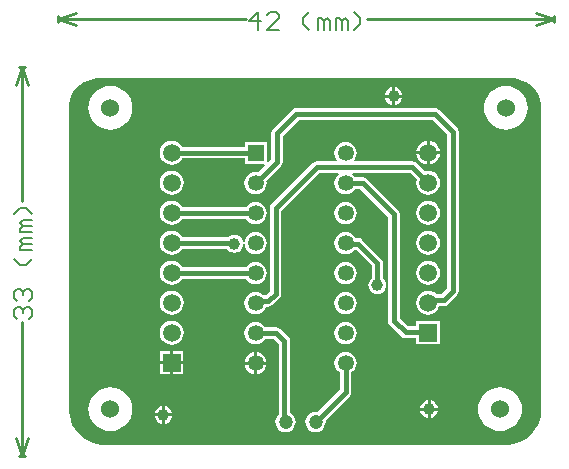
<source format=gtl>
G04*
G04 #@! TF.GenerationSoftware,Altium Limited,Altium Designer,20.1.8 (145)*
G04*
G04 Layer_Physical_Order=1*
G04 Layer_Color=255*
%FSLAX44Y44*%
%MOMM*%
G71*
G04*
G04 #@! TF.SameCoordinates,568C9F0A-B5E7-4BA1-9C17-04FCD828D7CB*
G04*
G04*
G04 #@! TF.FilePolarity,Positive*
G04*
G01*
G75*
%ADD12C,0.2540*%
%ADD20C,0.4572*%
%ADD21C,0.1524*%
%ADD22C,1.5240*%
%ADD23R,1.3500X1.3500*%
%ADD24C,1.3500*%
%ADD25C,1.5000*%
%ADD26R,1.5000X1.5000*%
%ADD27C,1.2000*%
%ADD28C,1.0000*%
G36*
X982292Y789039D02*
X986842Y787155D01*
X990937Y784419D01*
X994419Y780937D01*
X997155Y776842D01*
X999039Y772292D01*
X1000000Y767462D01*
X1000000Y765000D01*
X1000000Y765000D01*
X1000000Y765000D01*
X1000000Y510000D01*
X1000000Y508034D01*
X999487Y504135D01*
X998469Y500336D01*
X996964Y496703D01*
X994998Y493297D01*
X992604Y490177D01*
X989823Y487396D01*
X986703Y485002D01*
X983297Y483036D01*
X979664Y481531D01*
X975865Y480513D01*
X971966Y480000D01*
X970000Y480000D01*
X630000Y480000D01*
X628034D01*
X624135Y480513D01*
X620336Y481531D01*
X616703Y483036D01*
X613297Y485002D01*
X610177Y487396D01*
X607396Y490177D01*
X605002Y493297D01*
X603036Y496703D01*
X601531Y500336D01*
X600513Y504135D01*
X600000Y508034D01*
Y510000D01*
X600000Y765000D01*
Y767462D01*
X600961Y772292D01*
X602845Y776842D01*
X605581Y780936D01*
X609063Y784418D01*
X613158Y787154D01*
X617708Y789039D01*
X622537Y790000D01*
X625000Y790000D01*
X625000Y790000D01*
X975000Y790000D01*
X977462Y790000D01*
X982292Y789039D01*
D02*
G37*
%LPC*%
G36*
X876270Y782438D02*
Y776270D01*
X882438D01*
X882346Y776968D01*
X881586Y778802D01*
X880378Y780378D01*
X878802Y781586D01*
X876968Y782346D01*
X876270Y782438D01*
D02*
G37*
G36*
X873730D02*
X873032Y782346D01*
X871198Y781586D01*
X869622Y780378D01*
X868414Y778802D01*
X867654Y776968D01*
X867562Y776270D01*
X873730D01*
Y782438D01*
D02*
G37*
G36*
X882438Y773730D02*
X876270D01*
Y767562D01*
X876968Y767654D01*
X878802Y768414D01*
X880378Y769622D01*
X881586Y771198D01*
X882346Y773032D01*
X882438Y773730D01*
D02*
G37*
G36*
X873730D02*
X867562D01*
X867654Y773032D01*
X868414Y771198D01*
X869622Y769622D01*
X871198Y768414D01*
X873032Y767654D01*
X873730Y767562D01*
Y773730D01*
D02*
G37*
G36*
X970000Y783630D02*
X966366Y783272D01*
X962871Y782212D01*
X959650Y780490D01*
X956827Y778173D01*
X954510Y775350D01*
X952788Y772129D01*
X951728Y768634D01*
X951370Y765000D01*
X951728Y761366D01*
X952788Y757871D01*
X954510Y754650D01*
X956827Y751827D01*
X959650Y749510D01*
X962871Y747788D01*
X966366Y746728D01*
X970000Y746370D01*
X973634Y746728D01*
X977129Y747788D01*
X980350Y749510D01*
X983173Y751827D01*
X985490Y754650D01*
X987212Y757871D01*
X988272Y761366D01*
X988630Y765000D01*
X988272Y768634D01*
X987212Y772129D01*
X985490Y775350D01*
X983173Y778173D01*
X980350Y780490D01*
X977129Y782212D01*
X973634Y783272D01*
X970000Y783630D01*
D02*
G37*
G36*
X635000D02*
X631366Y783272D01*
X627871Y782212D01*
X624650Y780490D01*
X621827Y778173D01*
X619510Y775350D01*
X617788Y772129D01*
X616728Y768634D01*
X616370Y765000D01*
X616728Y761366D01*
X617788Y757871D01*
X619510Y754650D01*
X621827Y751827D01*
X624650Y749510D01*
X627871Y747788D01*
X631366Y746728D01*
X635000Y746370D01*
X638634Y746728D01*
X642129Y747788D01*
X645350Y749510D01*
X648173Y751827D01*
X650490Y754650D01*
X652212Y757871D01*
X653272Y761366D01*
X653630Y765000D01*
X653272Y768634D01*
X652212Y772129D01*
X650490Y775350D01*
X648173Y778173D01*
X645350Y780490D01*
X642129Y782212D01*
X638634Y783272D01*
X635000Y783630D01*
D02*
G37*
G36*
X905350Y737134D02*
Y728445D01*
X914039D01*
X913862Y729796D01*
X912850Y732238D01*
X911241Y734336D01*
X909143Y735945D01*
X906701Y736957D01*
X905350Y737134D01*
D02*
G37*
G36*
X902810D02*
X901459Y736957D01*
X899017Y735945D01*
X896919Y734336D01*
X895310Y732238D01*
X894298Y729796D01*
X894121Y728445D01*
X902810D01*
Y737134D01*
D02*
G37*
G36*
X914039Y725905D02*
X905350D01*
Y717216D01*
X906701Y717393D01*
X909143Y718405D01*
X911241Y720014D01*
X912850Y722112D01*
X913862Y724554D01*
X914039Y725905D01*
D02*
G37*
G36*
X902810D02*
X894121D01*
X894298Y724554D01*
X895310Y722112D01*
X896919Y720014D01*
X899017Y718405D01*
X901459Y717393D01*
X902810Y717216D01*
Y725905D01*
D02*
G37*
G36*
X834230Y736130D02*
X831805Y735811D01*
X829545Y734875D01*
X827604Y733386D01*
X826115Y731445D01*
X825179Y729185D01*
X824860Y726760D01*
X825179Y724335D01*
X826115Y722075D01*
X826794Y721190D01*
X826168Y719921D01*
X810000D01*
X808117Y719546D01*
X806521Y718479D01*
X771521Y683479D01*
X770454Y681883D01*
X770079Y680000D01*
Y609716D01*
X766752Y606389D01*
X764652D01*
X762715Y607875D01*
X760455Y608811D01*
X758030Y609130D01*
X755605Y608811D01*
X753345Y607875D01*
X751404Y606386D01*
X749915Y604445D01*
X748979Y602185D01*
X748660Y599760D01*
X748979Y597335D01*
X749915Y595075D01*
X751404Y593134D01*
X753345Y591645D01*
X755605Y590709D01*
X758030Y590390D01*
X760455Y590709D01*
X762715Y591645D01*
X764656Y593134D01*
X766145Y595075D01*
X766755Y596548D01*
X768790D01*
X770673Y596922D01*
X772269Y597989D01*
X778479Y604199D01*
X779546Y605795D01*
X779921Y607678D01*
Y677962D01*
X812038Y710079D01*
X828247D01*
X828678Y708810D01*
X827604Y707986D01*
X826115Y706045D01*
X825179Y703785D01*
X824860Y701360D01*
X825179Y698935D01*
X826115Y696675D01*
X827604Y694734D01*
X829545Y693245D01*
X831805Y692309D01*
X834230Y691990D01*
X836655Y692309D01*
X838915Y693245D01*
X840856Y694734D01*
X842164Y696440D01*
X846602D01*
X870079Y672962D01*
Y585000D01*
X870454Y583117D01*
X871521Y581521D01*
X881521Y571521D01*
X883117Y570454D01*
X885000Y570079D01*
X894040D01*
Y564735D01*
X914120D01*
Y584815D01*
X894040D01*
Y579921D01*
X887038D01*
X879921Y587038D01*
Y675000D01*
X879546Y676883D01*
X878479Y678479D01*
X852119Y704839D01*
X850523Y705906D01*
X848640Y706281D01*
X842164D01*
X840856Y707986D01*
X839782Y708810D01*
X840213Y710079D01*
X888817D01*
X894358Y704539D01*
X894298Y704396D01*
X893953Y701775D01*
X894298Y699154D01*
X895310Y696712D01*
X896919Y694614D01*
X899017Y693005D01*
X901459Y691993D01*
X904080Y691648D01*
X906701Y691993D01*
X909143Y693005D01*
X911241Y694614D01*
X912850Y696712D01*
X913862Y699154D01*
X914207Y701775D01*
X913862Y704396D01*
X912850Y706838D01*
X911241Y708936D01*
X909143Y710545D01*
X906701Y711557D01*
X904080Y711902D01*
X901459Y711557D01*
X901316Y711497D01*
X894334Y718479D01*
X892738Y719546D01*
X890855Y719921D01*
X842292D01*
X841666Y721190D01*
X842345Y722075D01*
X843281Y724335D01*
X843600Y726760D01*
X843281Y729185D01*
X842345Y731445D01*
X840856Y733386D01*
X838915Y734875D01*
X836655Y735811D01*
X834230Y736130D01*
D02*
G37*
G36*
X686910Y711902D02*
X684289Y711557D01*
X681847Y710545D01*
X679749Y708936D01*
X678140Y706838D01*
X677128Y704396D01*
X676783Y701775D01*
X677128Y699154D01*
X678140Y696712D01*
X679749Y694614D01*
X681847Y693005D01*
X684289Y691993D01*
X686910Y691648D01*
X689531Y691993D01*
X691973Y693005D01*
X694071Y694614D01*
X695680Y696712D01*
X696692Y699154D01*
X697037Y701775D01*
X696692Y704396D01*
X695680Y706838D01*
X694071Y708936D01*
X691973Y710545D01*
X689531Y711557D01*
X686910Y711902D01*
D02*
G37*
G36*
X834230Y685330D02*
X831805Y685011D01*
X829545Y684075D01*
X827604Y682586D01*
X826115Y680645D01*
X825179Y678385D01*
X824860Y675960D01*
X825179Y673535D01*
X826115Y671275D01*
X827604Y669334D01*
X829545Y667845D01*
X831805Y666909D01*
X834230Y666590D01*
X836655Y666909D01*
X838915Y667845D01*
X840856Y669334D01*
X842345Y671275D01*
X843281Y673535D01*
X843600Y675960D01*
X843281Y678385D01*
X842345Y680645D01*
X840856Y682586D01*
X838915Y684075D01*
X836655Y685011D01*
X834230Y685330D01*
D02*
G37*
G36*
X686910Y686502D02*
X684289Y686157D01*
X681847Y685145D01*
X679749Y683536D01*
X678140Y681438D01*
X677128Y678996D01*
X676783Y676375D01*
X677128Y673754D01*
X678140Y671312D01*
X679749Y669214D01*
X681847Y667605D01*
X684289Y666593D01*
X686910Y666248D01*
X689531Y666593D01*
X691973Y667605D01*
X694071Y669214D01*
X695630Y671247D01*
X749937D01*
X751404Y669334D01*
X753345Y667845D01*
X755605Y666909D01*
X758030Y666590D01*
X760455Y666909D01*
X762715Y667845D01*
X764656Y669334D01*
X766145Y671275D01*
X767081Y673535D01*
X767400Y675960D01*
X767081Y678385D01*
X766145Y680645D01*
X764656Y682586D01*
X762715Y684075D01*
X760455Y685011D01*
X758030Y685330D01*
X755605Y685011D01*
X753345Y684075D01*
X751404Y682586D01*
X750255Y681088D01*
X695825D01*
X695680Y681438D01*
X694071Y683536D01*
X691973Y685145D01*
X689531Y686157D01*
X686910Y686502D01*
D02*
G37*
G36*
X904080D02*
X901459Y686157D01*
X899017Y685145D01*
X896919Y683536D01*
X895310Y681438D01*
X894298Y678996D01*
X893953Y676375D01*
X894298Y673754D01*
X895310Y671312D01*
X896919Y669214D01*
X899017Y667605D01*
X901459Y666593D01*
X904080Y666248D01*
X906701Y666593D01*
X909143Y667605D01*
X911241Y669214D01*
X912850Y671312D01*
X913862Y673754D01*
X914207Y676375D01*
X913862Y678996D01*
X912850Y681438D01*
X911241Y683536D01*
X909143Y685145D01*
X906701Y686157D01*
X904080Y686502D01*
D02*
G37*
G36*
X686910Y661102D02*
X684289Y660757D01*
X681847Y659745D01*
X679749Y658136D01*
X678140Y656038D01*
X677128Y653596D01*
X676783Y650975D01*
X677128Y648354D01*
X678140Y645912D01*
X679749Y643814D01*
X681847Y642205D01*
X684289Y641193D01*
X686910Y640848D01*
X689531Y641193D01*
X691973Y642205D01*
X694071Y643814D01*
X695415Y645567D01*
X733898D01*
X734622Y644622D01*
X736198Y643414D01*
X738032Y642654D01*
X740000Y642395D01*
X741968Y642654D01*
X743802Y643414D01*
X745378Y644622D01*
X746586Y646198D01*
X747346Y648032D01*
X747529Y649421D01*
X748810D01*
X748979Y648135D01*
X749915Y645875D01*
X751404Y643934D01*
X753345Y642445D01*
X755605Y641509D01*
X758030Y641190D01*
X760455Y641509D01*
X762715Y642445D01*
X764656Y643934D01*
X766145Y645875D01*
X767081Y648135D01*
X767400Y650560D01*
X767081Y652985D01*
X766145Y655245D01*
X764656Y657186D01*
X762715Y658675D01*
X760455Y659611D01*
X758030Y659930D01*
X755605Y659611D01*
X753345Y658675D01*
X751404Y657186D01*
X749915Y655245D01*
X748979Y652985D01*
X748736Y651139D01*
X747455D01*
X747346Y651968D01*
X746586Y653802D01*
X745378Y655378D01*
X743802Y656586D01*
X741968Y657346D01*
X740000Y657605D01*
X738032Y657346D01*
X736198Y656586D01*
X734662Y655408D01*
X695941D01*
X695680Y656038D01*
X694071Y658136D01*
X691973Y659745D01*
X689531Y660757D01*
X686910Y661102D01*
D02*
G37*
G36*
X904080D02*
X901459Y660757D01*
X899017Y659745D01*
X896919Y658136D01*
X895310Y656038D01*
X894298Y653596D01*
X893953Y650975D01*
X894298Y648354D01*
X895310Y645912D01*
X896919Y643814D01*
X899017Y642205D01*
X901459Y641193D01*
X904080Y640848D01*
X906701Y641193D01*
X909143Y642205D01*
X911241Y643814D01*
X912850Y645912D01*
X913862Y648354D01*
X914207Y650975D01*
X913862Y653596D01*
X912850Y656038D01*
X911241Y658136D01*
X909143Y659745D01*
X906701Y660757D01*
X904080Y661102D01*
D02*
G37*
G36*
X834230Y634530D02*
X831805Y634211D01*
X829545Y633275D01*
X827604Y631786D01*
X826115Y629845D01*
X825179Y627585D01*
X824860Y625160D01*
X825179Y622735D01*
X826115Y620475D01*
X827604Y618534D01*
X829545Y617045D01*
X831805Y616109D01*
X834230Y615790D01*
X836655Y616109D01*
X838915Y617045D01*
X840856Y618534D01*
X842345Y620475D01*
X843281Y622735D01*
X843600Y625160D01*
X843281Y627585D01*
X842345Y629845D01*
X840856Y631786D01*
X838915Y633275D01*
X836655Y634211D01*
X834230Y634530D01*
D02*
G37*
G36*
X686910Y635702D02*
X684289Y635357D01*
X681847Y634345D01*
X679749Y632736D01*
X678140Y630638D01*
X677128Y628196D01*
X676783Y625575D01*
X677128Y622954D01*
X678140Y620512D01*
X679749Y618414D01*
X681847Y616805D01*
X684289Y615793D01*
X686910Y615448D01*
X689531Y615793D01*
X691973Y616805D01*
X694071Y618414D01*
X695630Y620447D01*
X749937D01*
X751404Y618534D01*
X753345Y617045D01*
X755605Y616109D01*
X758030Y615790D01*
X760455Y616109D01*
X762715Y617045D01*
X764656Y618534D01*
X766145Y620475D01*
X767081Y622735D01*
X767400Y625160D01*
X767081Y627585D01*
X766145Y629845D01*
X764656Y631786D01*
X762715Y633275D01*
X760455Y634211D01*
X758030Y634530D01*
X755605Y634211D01*
X753345Y633275D01*
X751404Y631786D01*
X750255Y630288D01*
X695825D01*
X695680Y630638D01*
X694071Y632736D01*
X691973Y634345D01*
X689531Y635357D01*
X686910Y635702D01*
D02*
G37*
G36*
X904080D02*
X901459Y635357D01*
X899017Y634345D01*
X896919Y632736D01*
X895310Y630638D01*
X894298Y628196D01*
X893953Y625575D01*
X894298Y622954D01*
X895310Y620512D01*
X896919Y618414D01*
X899017Y616805D01*
X901459Y615793D01*
X904080Y615448D01*
X906701Y615793D01*
X909143Y616805D01*
X911241Y618414D01*
X912850Y620512D01*
X913862Y622954D01*
X914207Y625575D01*
X913862Y628196D01*
X912850Y630638D01*
X911241Y632736D01*
X909143Y634345D01*
X906701Y635357D01*
X904080Y635702D01*
D02*
G37*
G36*
X834230Y659930D02*
X831805Y659611D01*
X829545Y658675D01*
X827604Y657186D01*
X826115Y655245D01*
X825179Y652985D01*
X824860Y650560D01*
X825179Y648135D01*
X826115Y645875D01*
X827604Y643934D01*
X829545Y642445D01*
X831805Y641509D01*
X834230Y641190D01*
X836655Y641509D01*
X838915Y642445D01*
X840856Y643934D01*
X841734Y645079D01*
X842962D01*
X856255Y631786D01*
Y620728D01*
X855798Y620378D01*
X854590Y618802D01*
X853830Y616968D01*
X853571Y615000D01*
X853830Y613032D01*
X854590Y611198D01*
X855798Y609622D01*
X857374Y608414D01*
X859208Y607654D01*
X861176Y607395D01*
X863144Y607654D01*
X864978Y608414D01*
X866554Y609622D01*
X867762Y611198D01*
X868522Y613032D01*
X868781Y615000D01*
X868522Y616968D01*
X867762Y618802D01*
X866554Y620378D01*
X866096Y620728D01*
Y633824D01*
X865722Y635707D01*
X864655Y637303D01*
X848479Y653479D01*
X846883Y654546D01*
X845000Y654921D01*
X842479D01*
X842345Y655245D01*
X840856Y657186D01*
X838915Y658675D01*
X836655Y659611D01*
X834230Y659930D01*
D02*
G37*
G36*
X910000Y764921D02*
X792678D01*
X790795Y764546D01*
X789199Y763479D01*
X772729Y747009D01*
X771662Y745413D01*
X771288Y743530D01*
Y721576D01*
X768493Y718782D01*
X767320Y719268D01*
Y736050D01*
X748740D01*
Y732096D01*
X695739D01*
X695680Y732238D01*
X694071Y734336D01*
X691973Y735945D01*
X689531Y736957D01*
X686910Y737302D01*
X684289Y736957D01*
X681847Y735945D01*
X679749Y734336D01*
X678140Y732238D01*
X677128Y729796D01*
X676783Y727175D01*
X677128Y724554D01*
X678140Y722112D01*
X679749Y720014D01*
X681847Y718405D01*
X684289Y717393D01*
X686910Y717048D01*
X689531Y717393D01*
X691973Y718405D01*
X694071Y720014D01*
X695680Y722112D01*
X695739Y722254D01*
X748740D01*
Y717470D01*
X765522D01*
X766008Y716297D01*
X760161Y710450D01*
X758030Y710730D01*
X755605Y710411D01*
X753345Y709475D01*
X751404Y707986D01*
X749915Y706045D01*
X748979Y703785D01*
X748660Y701360D01*
X748979Y698935D01*
X749915Y696675D01*
X751404Y694734D01*
X753345Y693245D01*
X755605Y692309D01*
X758030Y691990D01*
X760455Y692309D01*
X762715Y693245D01*
X764656Y694734D01*
X766145Y696675D01*
X767081Y698935D01*
X767400Y701360D01*
X767120Y703491D01*
X779688Y716059D01*
X780754Y717655D01*
X781129Y719538D01*
Y741492D01*
X794716Y755079D01*
X907962D01*
X920079Y742962D01*
Y612038D01*
X915132Y607091D01*
X911429D01*
X911241Y607336D01*
X909143Y608945D01*
X906701Y609957D01*
X904080Y610302D01*
X901459Y609957D01*
X899017Y608945D01*
X896919Y607336D01*
X895310Y605238D01*
X894298Y602796D01*
X893953Y600175D01*
X894298Y597554D01*
X895310Y595112D01*
X896919Y593014D01*
X899017Y591405D01*
X901459Y590393D01*
X904080Y590048D01*
X906701Y590393D01*
X909143Y591405D01*
X911241Y593014D01*
X912850Y595112D01*
X913736Y597250D01*
X917170D01*
X919053Y597624D01*
X920650Y598691D01*
X928479Y606521D01*
X929546Y608117D01*
X929921Y610000D01*
Y745000D01*
X929546Y746883D01*
X928479Y748479D01*
X913479Y763479D01*
X911883Y764546D01*
X910000Y764921D01*
D02*
G37*
G36*
X834230Y609130D02*
X831805Y608811D01*
X829545Y607875D01*
X827604Y606386D01*
X826115Y604445D01*
X825179Y602185D01*
X824860Y599760D01*
X825179Y597335D01*
X826115Y595075D01*
X827604Y593134D01*
X829545Y591645D01*
X831805Y590709D01*
X834230Y590390D01*
X836655Y590709D01*
X838915Y591645D01*
X840856Y593134D01*
X842345Y595075D01*
X843281Y597335D01*
X843600Y599760D01*
X843281Y602185D01*
X842345Y604445D01*
X840856Y606386D01*
X838915Y607875D01*
X836655Y608811D01*
X834230Y609130D01*
D02*
G37*
G36*
X686910Y610302D02*
X684289Y609957D01*
X681847Y608945D01*
X679749Y607336D01*
X678140Y605238D01*
X677128Y602796D01*
X676783Y600175D01*
X677128Y597554D01*
X678140Y595112D01*
X679749Y593014D01*
X681847Y591405D01*
X684289Y590393D01*
X686910Y590048D01*
X689531Y590393D01*
X691973Y591405D01*
X694071Y593014D01*
X695680Y595112D01*
X696692Y597554D01*
X697037Y600175D01*
X696692Y602796D01*
X695680Y605238D01*
X694071Y607336D01*
X691973Y608945D01*
X689531Y609957D01*
X686910Y610302D01*
D02*
G37*
G36*
X834230Y583730D02*
X831805Y583411D01*
X829545Y582475D01*
X827604Y580986D01*
X826115Y579045D01*
X825179Y576785D01*
X824860Y574360D01*
X825179Y571935D01*
X826115Y569675D01*
X827604Y567734D01*
X829545Y566245D01*
X831805Y565309D01*
X834230Y564990D01*
X836655Y565309D01*
X838915Y566245D01*
X840856Y567734D01*
X842345Y569675D01*
X843281Y571935D01*
X843600Y574360D01*
X843281Y576785D01*
X842345Y579045D01*
X840856Y580986D01*
X838915Y582475D01*
X836655Y583411D01*
X834230Y583730D01*
D02*
G37*
G36*
X686910Y584902D02*
X684289Y584557D01*
X681847Y583545D01*
X679749Y581936D01*
X678140Y579838D01*
X677128Y577396D01*
X676783Y574775D01*
X677128Y572154D01*
X678140Y569712D01*
X679749Y567614D01*
X681847Y566005D01*
X684289Y564994D01*
X686910Y564648D01*
X689531Y564994D01*
X691973Y566005D01*
X694071Y567614D01*
X695680Y569712D01*
X696692Y572154D01*
X697037Y574775D01*
X696692Y577396D01*
X695680Y579838D01*
X694071Y581936D01*
X691973Y583545D01*
X689531Y584557D01*
X686910Y584902D01*
D02*
G37*
G36*
X696950Y559415D02*
X688180D01*
Y550645D01*
X696950D01*
Y559415D01*
D02*
G37*
G36*
X685640D02*
X676870D01*
Y550645D01*
X685640D01*
Y559415D01*
D02*
G37*
G36*
X759300Y558163D02*
Y550230D01*
X767233D01*
X767081Y551385D01*
X766145Y553645D01*
X764656Y555586D01*
X762715Y557075D01*
X760455Y558011D01*
X759300Y558163D01*
D02*
G37*
G36*
X756760D02*
X755605Y558011D01*
X753345Y557075D01*
X751404Y555586D01*
X749915Y553645D01*
X748979Y551385D01*
X748827Y550230D01*
X756760D01*
Y558163D01*
D02*
G37*
G36*
X767233Y547690D02*
X759300D01*
Y539757D01*
X760455Y539909D01*
X762715Y540845D01*
X764656Y542334D01*
X766145Y544275D01*
X767081Y546535D01*
X767233Y547690D01*
D02*
G37*
G36*
X756760D02*
X748827D01*
X748979Y546535D01*
X749915Y544275D01*
X751404Y542334D01*
X753345Y540845D01*
X755605Y539909D01*
X756760Y539757D01*
Y547690D01*
D02*
G37*
G36*
X696950Y548105D02*
X688180D01*
Y539335D01*
X696950D01*
Y548105D01*
D02*
G37*
G36*
X685640D02*
X676870D01*
Y539335D01*
X685640D01*
Y548105D01*
D02*
G37*
G36*
X906270Y517438D02*
Y511270D01*
X912438D01*
X912346Y511968D01*
X911586Y513802D01*
X910378Y515378D01*
X908802Y516586D01*
X906968Y517346D01*
X906270Y517438D01*
D02*
G37*
G36*
X903730D02*
X903032Y517346D01*
X901198Y516586D01*
X899622Y515378D01*
X898414Y513802D01*
X897654Y511968D01*
X897562Y511270D01*
X903730D01*
Y517438D01*
D02*
G37*
G36*
X834230Y558330D02*
X831805Y558011D01*
X829545Y557075D01*
X827604Y555586D01*
X826115Y553645D01*
X825179Y551385D01*
X824860Y548960D01*
X825179Y546535D01*
X826115Y544275D01*
X827604Y542334D01*
X829309Y541026D01*
Y526708D01*
X810293Y507691D01*
X808830Y507884D01*
X806601Y507590D01*
X804523Y506730D01*
X802739Y505361D01*
X801370Y503577D01*
X800510Y501499D01*
X800216Y499270D01*
X800510Y497041D01*
X801370Y494963D01*
X802739Y493179D01*
X804523Y491810D01*
X806601Y490950D01*
X808830Y490656D01*
X811059Y490950D01*
X813137Y491810D01*
X814921Y493179D01*
X816290Y494963D01*
X817150Y497041D01*
X817444Y499270D01*
X817251Y500732D01*
X837709Y521191D01*
X838776Y522787D01*
X839150Y524670D01*
Y541026D01*
X840856Y542334D01*
X842345Y544275D01*
X843281Y546535D01*
X843600Y548960D01*
X843281Y551385D01*
X842345Y553645D01*
X840856Y555586D01*
X838915Y557075D01*
X836655Y558011D01*
X834230Y558330D01*
D02*
G37*
G36*
X681270Y512438D02*
Y506270D01*
X687438D01*
X687346Y506968D01*
X686586Y508802D01*
X685378Y510378D01*
X683802Y511586D01*
X681968Y512346D01*
X681270Y512438D01*
D02*
G37*
G36*
X678730D02*
X678032Y512346D01*
X676198Y511586D01*
X674622Y510378D01*
X673414Y508802D01*
X672654Y506968D01*
X672562Y506270D01*
X678730D01*
Y512438D01*
D02*
G37*
G36*
X912438Y508730D02*
X906270D01*
Y502562D01*
X906968Y502654D01*
X908802Y503414D01*
X910378Y504622D01*
X911586Y506198D01*
X912346Y508032D01*
X912438Y508730D01*
D02*
G37*
G36*
X903730D02*
X897562D01*
X897654Y508032D01*
X898414Y506198D01*
X899622Y504622D01*
X901198Y503414D01*
X903032Y502654D01*
X903730Y502562D01*
Y508730D01*
D02*
G37*
G36*
X687438Y503730D02*
X681270D01*
Y497562D01*
X681968Y497654D01*
X683802Y498414D01*
X685378Y499622D01*
X686586Y501198D01*
X687346Y503032D01*
X687438Y503730D01*
D02*
G37*
G36*
X678730D02*
X672562D01*
X672654Y503032D01*
X673414Y501198D01*
X674622Y499622D01*
X676198Y498414D01*
X678032Y497654D01*
X678730Y497562D01*
Y503730D01*
D02*
G37*
G36*
X965000Y528630D02*
X961366Y528272D01*
X957871Y527212D01*
X954650Y525490D01*
X951827Y523173D01*
X949510Y520350D01*
X947788Y517129D01*
X946728Y513634D01*
X946370Y510000D01*
X946728Y506366D01*
X947788Y502871D01*
X949510Y499650D01*
X951827Y496827D01*
X954650Y494510D01*
X957871Y492788D01*
X961366Y491728D01*
X965000Y491370D01*
X968634Y491728D01*
X972129Y492788D01*
X975350Y494510D01*
X978173Y496827D01*
X980490Y499650D01*
X982212Y502871D01*
X983272Y506366D01*
X983630Y510000D01*
X983272Y513634D01*
X982212Y517129D01*
X980490Y520350D01*
X978173Y523173D01*
X975350Y525490D01*
X972129Y527212D01*
X968634Y528272D01*
X965000Y528630D01*
D02*
G37*
G36*
X635000D02*
X631366Y528272D01*
X627871Y527212D01*
X624650Y525490D01*
X621827Y523173D01*
X619510Y520350D01*
X617788Y517129D01*
X616728Y513634D01*
X616370Y510000D01*
X616728Y506366D01*
X617788Y502871D01*
X619510Y499650D01*
X621827Y496827D01*
X624650Y494510D01*
X627871Y492788D01*
X631366Y491728D01*
X635000Y491370D01*
X638634Y491728D01*
X642129Y492788D01*
X645350Y494510D01*
X648173Y496827D01*
X650490Y499650D01*
X652212Y502871D01*
X653272Y506366D01*
X653630Y510000D01*
X653272Y513634D01*
X652212Y517129D01*
X650490Y520350D01*
X648173Y523173D01*
X645350Y525490D01*
X642129Y527212D01*
X638634Y528272D01*
X635000Y528630D01*
D02*
G37*
G36*
X758030Y583730D02*
X755605Y583411D01*
X753345Y582475D01*
X751404Y580986D01*
X749915Y579045D01*
X748979Y576785D01*
X748660Y574360D01*
X748979Y571935D01*
X749915Y569675D01*
X751404Y567734D01*
X753345Y566245D01*
X755605Y565309D01*
X758030Y564990D01*
X760455Y565309D01*
X762715Y566245D01*
X764656Y567734D01*
X765964Y569440D01*
X773424D01*
X777579Y565284D01*
Y505545D01*
X777339Y505361D01*
X775970Y503577D01*
X775110Y501499D01*
X774816Y499270D01*
X775110Y497041D01*
X775970Y494963D01*
X777339Y493179D01*
X779123Y491810D01*
X781201Y490950D01*
X783430Y490656D01*
X785659Y490950D01*
X787737Y491810D01*
X789521Y493179D01*
X790890Y494963D01*
X791750Y497041D01*
X792044Y499270D01*
X791750Y501499D01*
X790890Y503577D01*
X789521Y505361D01*
X787737Y506730D01*
X787421Y506861D01*
Y567322D01*
X787046Y569205D01*
X785979Y570801D01*
X778941Y577839D01*
X777345Y578906D01*
X775462Y579281D01*
X765964D01*
X764656Y580986D01*
X762715Y582475D01*
X760455Y583411D01*
X758030Y583730D01*
D02*
G37*
%LPD*%
D12*
X686910Y549375D02*
X687325Y548960D01*
X757615Y727175D02*
X758030Y726760D01*
X1011039Y837460D02*
Y842540D01*
X591039Y837460D02*
Y842540D01*
X995799Y834920D02*
X1011039Y840000D01*
X995799Y845080D02*
X1011039Y840000D01*
X591039D02*
X606279Y834920D01*
X591039Y840000D02*
X606279Y845080D01*
X852078Y840000D02*
X1011039D01*
X591039D02*
X750000D01*
X557460Y800000D02*
X562540D01*
X557460Y470000D02*
X562540D01*
X560000Y800000D02*
X565080Y784760D01*
X554920D02*
X560000Y800000D01*
Y470000D02*
X565080Y485240D01*
X554920D02*
X560000Y470000D01*
Y686039D02*
Y800000D01*
Y470000D02*
Y583961D01*
D20*
X834230Y650560D02*
X834790Y650000D01*
X845000D01*
X861176Y615000D02*
Y633824D01*
X845000Y650000D02*
X861176Y633824D01*
X875000Y585000D02*
X885000Y575000D01*
X848640Y701360D02*
X875000Y675000D01*
Y585000D02*
Y675000D01*
X834230Y701360D02*
X848640D01*
X792678Y760000D02*
X910000D01*
X758030Y701360D02*
X776208Y719538D01*
Y743530D01*
X792678Y760000D01*
X910000D02*
X925000Y745000D01*
Y610000D02*
Y745000D01*
X917170Y602170D02*
X925000Y610000D01*
X904080Y600175D02*
X906075Y602170D01*
X917170D01*
X686910Y650975D02*
X687398Y650488D01*
X739512D01*
X740000Y650000D01*
X758030Y599760D02*
X759738Y601468D01*
X775000Y607678D02*
Y680000D01*
X768790Y601468D02*
X775000Y607678D01*
X759738Y601468D02*
X768790D01*
X775000Y680000D02*
X810000Y715000D01*
X890855D02*
X904080Y701775D01*
X810000Y715000D02*
X890855D01*
X903855Y575000D02*
X904080Y574775D01*
X885000Y575000D02*
X903855D01*
X757822Y625368D02*
X758030Y625160D01*
X686910Y625575D02*
X687117Y625368D01*
X757822D01*
Y676168D02*
X758030Y675960D01*
X687117Y676168D02*
X757822D01*
X686910Y676375D02*
X687117Y676168D01*
X782500Y500200D02*
Y567322D01*
X758030Y574360D02*
X775462D01*
X782500Y567322D01*
Y500200D02*
X783430Y499270D01*
X834230Y524670D02*
Y548960D01*
X808830Y499270D02*
X834230Y524670D01*
X686910Y727175D02*
X757615D01*
D21*
X760157Y830859D02*
Y846094D01*
X752540Y838476D01*
X762697D01*
X777932Y830859D02*
X767775D01*
X777932Y841015D01*
Y843554D01*
X775393Y846094D01*
X770314D01*
X767775Y843554D01*
X803324Y830859D02*
X798245Y835937D01*
Y841015D01*
X803324Y846094D01*
X810941Y830859D02*
Y841015D01*
X813480D01*
X816020Y838476D01*
Y830859D01*
Y838476D01*
X818559Y841015D01*
X821098Y838476D01*
Y830859D01*
X826176D02*
Y841015D01*
X828715D01*
X831255Y838476D01*
Y830859D01*
Y838476D01*
X833794Y841015D01*
X836333Y838476D01*
Y830859D01*
X841411D02*
X846490Y835937D01*
Y841015D01*
X841411Y846094D01*
X556446Y586501D02*
X553907Y589040D01*
Y594119D01*
X556446Y596658D01*
X558985D01*
X561524Y594119D01*
Y591580D01*
Y594119D01*
X564063Y596658D01*
X566602D01*
X569142Y594119D01*
Y589040D01*
X566602Y586501D01*
X556446Y601736D02*
X553907Y604275D01*
Y609354D01*
X556446Y611893D01*
X558985D01*
X561524Y609354D01*
Y606815D01*
Y609354D01*
X564063Y611893D01*
X566602D01*
X569142Y609354D01*
Y604275D01*
X566602Y601736D01*
X569142Y637285D02*
X564063Y632206D01*
X558985D01*
X553907Y637285D01*
X569142Y644902D02*
X558985D01*
Y647441D01*
X561524Y649981D01*
X569142D01*
X561524D01*
X558985Y652520D01*
X561524Y655059D01*
X569142D01*
Y660137D02*
X558985D01*
Y662677D01*
X561524Y665216D01*
X569142D01*
X561524D01*
X558985Y667755D01*
X561524Y670294D01*
X569142D01*
Y675372D02*
X564063Y680451D01*
X558985D01*
X553907Y675372D01*
D22*
X965000Y510000D02*
D03*
X970000Y765000D02*
D03*
X635000Y510000D02*
D03*
Y765000D02*
D03*
D23*
X758030Y726760D02*
D03*
D24*
Y701360D02*
D03*
Y675960D02*
D03*
Y650560D02*
D03*
Y625160D02*
D03*
Y599760D02*
D03*
Y574360D02*
D03*
Y548960D02*
D03*
X834230D02*
D03*
Y574360D02*
D03*
Y599760D02*
D03*
Y625160D02*
D03*
Y650560D02*
D03*
Y675960D02*
D03*
Y701360D02*
D03*
Y726760D02*
D03*
D25*
X904080Y625575D02*
D03*
Y600175D02*
D03*
Y650975D02*
D03*
Y676375D02*
D03*
Y701775D02*
D03*
Y727175D02*
D03*
X686910D02*
D03*
Y701775D02*
D03*
Y676375D02*
D03*
Y650975D02*
D03*
Y625575D02*
D03*
Y600175D02*
D03*
Y574775D02*
D03*
D26*
X904080D02*
D03*
X686910Y549375D02*
D03*
D27*
X808830Y499270D02*
D03*
X783430D02*
D03*
D28*
X680000Y505000D02*
D03*
X905000Y510000D02*
D03*
X875000Y775000D02*
D03*
X861176Y615000D02*
D03*
X740000Y650000D02*
D03*
M02*

</source>
